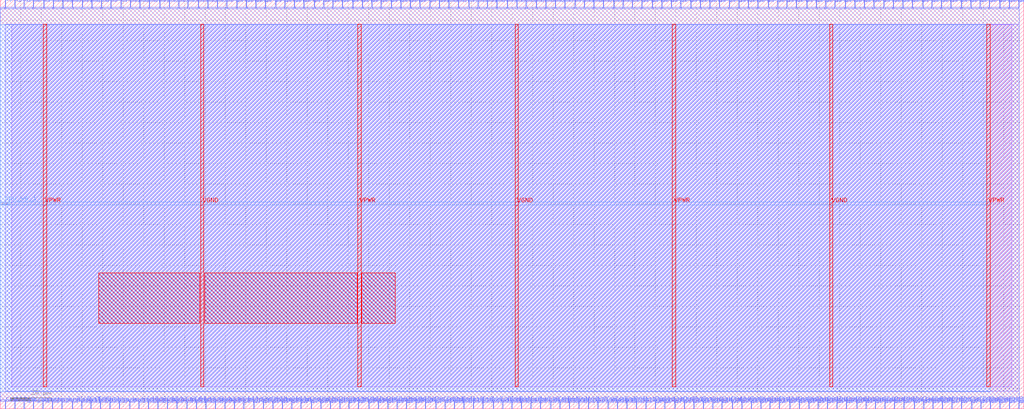
<source format=lef>
VERSION 5.7 ;
  NOWIREEXTENSIONATPIN ON ;
  DIVIDERCHAR "/" ;
  BUSBITCHARS "[]" ;
MACRO mkQF100Fabric
  CLASS BLOCK ;
  FOREIGN mkQF100Fabric ;
  ORIGIN 0.000 0.000 ;
  SIZE 500.000 BY 200.000 ;
  PIN CLK
    DIRECTION INPUT ;
    USE SIGNAL ;
    PORT
      LAYER met2 ;
        RECT 2.390 0.000 2.670 4.000 ;
    END
  END CLK
  PIN RST_N
    DIRECTION INPUT ;
    USE SIGNAL ;
    PORT
      LAYER met2 ;
        RECT 6.990 0.000 7.270 4.000 ;
    END
  END RST_N
  PIN VGND
    DIRECTION INPUT ;
    USE GROUND ;
    PORT
      LAYER met4 ;
        RECT 97.840 10.640 99.440 187.920 ;
    END
    PORT
      LAYER met4 ;
        RECT 251.440 10.640 253.040 187.920 ;
    END
    PORT
      LAYER met4 ;
        RECT 405.040 10.640 406.640 187.920 ;
    END
  END VGND
  PIN VPWR
    DIRECTION INPUT ;
    USE POWER ;
    PORT
      LAYER met4 ;
        RECT 21.040 10.640 22.640 187.920 ;
    END
    PORT
      LAYER met4 ;
        RECT 174.640 10.640 176.240 187.920 ;
    END
    PORT
      LAYER met4 ;
        RECT 328.240 10.640 329.840 187.920 ;
    END
    PORT
      LAYER met4 ;
        RECT 481.840 10.640 483.440 187.920 ;
    END
  END VPWR
  PIN cpu_ack_o
    DIRECTION OUTPUT TRISTATE ;
    USE SIGNAL ;
    PORT
      LAYER met2 ;
        RECT 39.650 0.000 39.930 4.000 ;
    END
  END cpu_ack_o
  PIN cpu_adr_i[0]
    DIRECTION INPUT ;
    USE SIGNAL ;
    PORT
      LAYER met2 ;
        RECT 53.450 0.000 53.730 4.000 ;
    END
  END cpu_adr_i[0]
  PIN cpu_adr_i[10]
    DIRECTION INPUT ;
    USE SIGNAL ;
    PORT
      LAYER met2 ;
        RECT 100.370 0.000 100.650 4.000 ;
    END
  END cpu_adr_i[10]
  PIN cpu_adr_i[11]
    DIRECTION INPUT ;
    USE SIGNAL ;
    PORT
      LAYER met2 ;
        RECT 104.970 0.000 105.250 4.000 ;
    END
  END cpu_adr_i[11]
  PIN cpu_adr_i[12]
    DIRECTION INPUT ;
    USE SIGNAL ;
    PORT
      LAYER met2 ;
        RECT 109.570 0.000 109.850 4.000 ;
    END
  END cpu_adr_i[12]
  PIN cpu_adr_i[13]
    DIRECTION INPUT ;
    USE SIGNAL ;
    PORT
      LAYER met2 ;
        RECT 114.170 0.000 114.450 4.000 ;
    END
  END cpu_adr_i[13]
  PIN cpu_adr_i[14]
    DIRECTION INPUT ;
    USE SIGNAL ;
    PORT
      LAYER met2 ;
        RECT 118.770 0.000 119.050 4.000 ;
    END
  END cpu_adr_i[14]
  PIN cpu_adr_i[15]
    DIRECTION INPUT ;
    USE SIGNAL ;
    PORT
      LAYER met2 ;
        RECT 123.830 0.000 124.110 4.000 ;
    END
  END cpu_adr_i[15]
  PIN cpu_adr_i[16]
    DIRECTION INPUT ;
    USE SIGNAL ;
    PORT
      LAYER met2 ;
        RECT 128.430 0.000 128.710 4.000 ;
    END
  END cpu_adr_i[16]
  PIN cpu_adr_i[17]
    DIRECTION INPUT ;
    USE SIGNAL ;
    PORT
      LAYER met2 ;
        RECT 133.030 0.000 133.310 4.000 ;
    END
  END cpu_adr_i[17]
  PIN cpu_adr_i[18]
    DIRECTION INPUT ;
    USE SIGNAL ;
    PORT
      LAYER met2 ;
        RECT 137.630 0.000 137.910 4.000 ;
    END
  END cpu_adr_i[18]
  PIN cpu_adr_i[19]
    DIRECTION INPUT ;
    USE SIGNAL ;
    PORT
      LAYER met2 ;
        RECT 142.230 0.000 142.510 4.000 ;
    END
  END cpu_adr_i[19]
  PIN cpu_adr_i[1]
    DIRECTION INPUT ;
    USE SIGNAL ;
    PORT
      LAYER met2 ;
        RECT 58.050 0.000 58.330 4.000 ;
    END
  END cpu_adr_i[1]
  PIN cpu_adr_i[20]
    DIRECTION INPUT ;
    USE SIGNAL ;
    PORT
      LAYER met2 ;
        RECT 146.830 0.000 147.110 4.000 ;
    END
  END cpu_adr_i[20]
  PIN cpu_adr_i[21]
    DIRECTION INPUT ;
    USE SIGNAL ;
    PORT
      LAYER met2 ;
        RECT 151.890 0.000 152.170 4.000 ;
    END
  END cpu_adr_i[21]
  PIN cpu_adr_i[22]
    DIRECTION INPUT ;
    USE SIGNAL ;
    PORT
      LAYER met2 ;
        RECT 156.490 0.000 156.770 4.000 ;
    END
  END cpu_adr_i[22]
  PIN cpu_adr_i[23]
    DIRECTION INPUT ;
    USE SIGNAL ;
    PORT
      LAYER met2 ;
        RECT 161.090 0.000 161.370 4.000 ;
    END
  END cpu_adr_i[23]
  PIN cpu_adr_i[24]
    DIRECTION INPUT ;
    USE SIGNAL ;
    PORT
      LAYER met2 ;
        RECT 165.690 0.000 165.970 4.000 ;
    END
  END cpu_adr_i[24]
  PIN cpu_adr_i[25]
    DIRECTION INPUT ;
    USE SIGNAL ;
    PORT
      LAYER met2 ;
        RECT 170.290 0.000 170.570 4.000 ;
    END
  END cpu_adr_i[25]
  PIN cpu_adr_i[26]
    DIRECTION INPUT ;
    USE SIGNAL ;
    PORT
      LAYER met2 ;
        RECT 174.890 0.000 175.170 4.000 ;
    END
  END cpu_adr_i[26]
  PIN cpu_adr_i[27]
    DIRECTION INPUT ;
    USE SIGNAL ;
    PORT
      LAYER met2 ;
        RECT 179.950 0.000 180.230 4.000 ;
    END
  END cpu_adr_i[27]
  PIN cpu_adr_i[28]
    DIRECTION INPUT ;
    USE SIGNAL ;
    PORT
      LAYER met2 ;
        RECT 184.550 0.000 184.830 4.000 ;
    END
  END cpu_adr_i[28]
  PIN cpu_adr_i[29]
    DIRECTION INPUT ;
    USE SIGNAL ;
    PORT
      LAYER met2 ;
        RECT 189.150 0.000 189.430 4.000 ;
    END
  END cpu_adr_i[29]
  PIN cpu_adr_i[2]
    DIRECTION INPUT ;
    USE SIGNAL ;
    PORT
      LAYER met2 ;
        RECT 63.110 0.000 63.390 4.000 ;
    END
  END cpu_adr_i[2]
  PIN cpu_adr_i[30]
    DIRECTION INPUT ;
    USE SIGNAL ;
    PORT
      LAYER met2 ;
        RECT 193.750 0.000 194.030 4.000 ;
    END
  END cpu_adr_i[30]
  PIN cpu_adr_i[31]
    DIRECTION INPUT ;
    USE SIGNAL ;
    PORT
      LAYER met2 ;
        RECT 198.350 0.000 198.630 4.000 ;
    END
  END cpu_adr_i[31]
  PIN cpu_adr_i[3]
    DIRECTION INPUT ;
    USE SIGNAL ;
    PORT
      LAYER met2 ;
        RECT 67.710 0.000 67.990 4.000 ;
    END
  END cpu_adr_i[3]
  PIN cpu_adr_i[4]
    DIRECTION INPUT ;
    USE SIGNAL ;
    PORT
      LAYER met2 ;
        RECT 72.310 0.000 72.590 4.000 ;
    END
  END cpu_adr_i[4]
  PIN cpu_adr_i[5]
    DIRECTION INPUT ;
    USE SIGNAL ;
    PORT
      LAYER met2 ;
        RECT 76.910 0.000 77.190 4.000 ;
    END
  END cpu_adr_i[5]
  PIN cpu_adr_i[6]
    DIRECTION INPUT ;
    USE SIGNAL ;
    PORT
      LAYER met2 ;
        RECT 81.510 0.000 81.790 4.000 ;
    END
  END cpu_adr_i[6]
  PIN cpu_adr_i[7]
    DIRECTION INPUT ;
    USE SIGNAL ;
    PORT
      LAYER met2 ;
        RECT 86.110 0.000 86.390 4.000 ;
    END
  END cpu_adr_i[7]
  PIN cpu_adr_i[8]
    DIRECTION INPUT ;
    USE SIGNAL ;
    PORT
      LAYER met2 ;
        RECT 91.170 0.000 91.450 4.000 ;
    END
  END cpu_adr_i[8]
  PIN cpu_adr_i[9]
    DIRECTION INPUT ;
    USE SIGNAL ;
    PORT
      LAYER met2 ;
        RECT 95.770 0.000 96.050 4.000 ;
    END
  END cpu_adr_i[9]
  PIN cpu_cyc_i
    DIRECTION INPUT ;
    USE SIGNAL ;
    PORT
      LAYER met2 ;
        RECT 11.590 0.000 11.870 4.000 ;
    END
  END cpu_cyc_i
  PIN cpu_dat_i[0]
    DIRECTION INPUT ;
    USE SIGNAL ;
    PORT
      LAYER met2 ;
        RECT 202.950 0.000 203.230 4.000 ;
    END
  END cpu_dat_i[0]
  PIN cpu_dat_i[10]
    DIRECTION INPUT ;
    USE SIGNAL ;
    PORT
      LAYER met2 ;
        RECT 296.790 0.000 297.070 4.000 ;
    END
  END cpu_dat_i[10]
  PIN cpu_dat_i[11]
    DIRECTION INPUT ;
    USE SIGNAL ;
    PORT
      LAYER met2 ;
        RECT 305.990 0.000 306.270 4.000 ;
    END
  END cpu_dat_i[11]
  PIN cpu_dat_i[12]
    DIRECTION INPUT ;
    USE SIGNAL ;
    PORT
      LAYER met2 ;
        RECT 315.190 0.000 315.470 4.000 ;
    END
  END cpu_dat_i[12]
  PIN cpu_dat_i[13]
    DIRECTION INPUT ;
    USE SIGNAL ;
    PORT
      LAYER met2 ;
        RECT 324.390 0.000 324.670 4.000 ;
    END
  END cpu_dat_i[13]
  PIN cpu_dat_i[14]
    DIRECTION INPUT ;
    USE SIGNAL ;
    PORT
      LAYER met2 ;
        RECT 334.050 0.000 334.330 4.000 ;
    END
  END cpu_dat_i[14]
  PIN cpu_dat_i[15]
    DIRECTION INPUT ;
    USE SIGNAL ;
    PORT
      LAYER met2 ;
        RECT 343.250 0.000 343.530 4.000 ;
    END
  END cpu_dat_i[15]
  PIN cpu_dat_i[16]
    DIRECTION INPUT ;
    USE SIGNAL ;
    PORT
      LAYER met2 ;
        RECT 352.450 0.000 352.730 4.000 ;
    END
  END cpu_dat_i[16]
  PIN cpu_dat_i[17]
    DIRECTION INPUT ;
    USE SIGNAL ;
    PORT
      LAYER met2 ;
        RECT 362.110 0.000 362.390 4.000 ;
    END
  END cpu_dat_i[17]
  PIN cpu_dat_i[18]
    DIRECTION INPUT ;
    USE SIGNAL ;
    PORT
      LAYER met2 ;
        RECT 371.310 0.000 371.590 4.000 ;
    END
  END cpu_dat_i[18]
  PIN cpu_dat_i[19]
    DIRECTION INPUT ;
    USE SIGNAL ;
    PORT
      LAYER met2 ;
        RECT 380.510 0.000 380.790 4.000 ;
    END
  END cpu_dat_i[19]
  PIN cpu_dat_i[1]
    DIRECTION INPUT ;
    USE SIGNAL ;
    PORT
      LAYER met2 ;
        RECT 212.610 0.000 212.890 4.000 ;
    END
  END cpu_dat_i[1]
  PIN cpu_dat_i[20]
    DIRECTION INPUT ;
    USE SIGNAL ;
    PORT
      LAYER met2 ;
        RECT 390.170 0.000 390.450 4.000 ;
    END
  END cpu_dat_i[20]
  PIN cpu_dat_i[21]
    DIRECTION INPUT ;
    USE SIGNAL ;
    PORT
      LAYER met2 ;
        RECT 399.370 0.000 399.650 4.000 ;
    END
  END cpu_dat_i[21]
  PIN cpu_dat_i[22]
    DIRECTION INPUT ;
    USE SIGNAL ;
    PORT
      LAYER met2 ;
        RECT 408.570 0.000 408.850 4.000 ;
    END
  END cpu_dat_i[22]
  PIN cpu_dat_i[23]
    DIRECTION INPUT ;
    USE SIGNAL ;
    PORT
      LAYER met2 ;
        RECT 418.230 0.000 418.510 4.000 ;
    END
  END cpu_dat_i[23]
  PIN cpu_dat_i[24]
    DIRECTION INPUT ;
    USE SIGNAL ;
    PORT
      LAYER met2 ;
        RECT 427.430 0.000 427.710 4.000 ;
    END
  END cpu_dat_i[24]
  PIN cpu_dat_i[25]
    DIRECTION INPUT ;
    USE SIGNAL ;
    PORT
      LAYER met2 ;
        RECT 436.630 0.000 436.910 4.000 ;
    END
  END cpu_dat_i[25]
  PIN cpu_dat_i[26]
    DIRECTION INPUT ;
    USE SIGNAL ;
    PORT
      LAYER met2 ;
        RECT 446.290 0.000 446.570 4.000 ;
    END
  END cpu_dat_i[26]
  PIN cpu_dat_i[27]
    DIRECTION INPUT ;
    USE SIGNAL ;
    PORT
      LAYER met2 ;
        RECT 455.490 0.000 455.770 4.000 ;
    END
  END cpu_dat_i[27]
  PIN cpu_dat_i[28]
    DIRECTION INPUT ;
    USE SIGNAL ;
    PORT
      LAYER met2 ;
        RECT 464.690 0.000 464.970 4.000 ;
    END
  END cpu_dat_i[28]
  PIN cpu_dat_i[29]
    DIRECTION INPUT ;
    USE SIGNAL ;
    PORT
      LAYER met2 ;
        RECT 474.350 0.000 474.630 4.000 ;
    END
  END cpu_dat_i[29]
  PIN cpu_dat_i[2]
    DIRECTION INPUT ;
    USE SIGNAL ;
    PORT
      LAYER met2 ;
        RECT 221.810 0.000 222.090 4.000 ;
    END
  END cpu_dat_i[2]
  PIN cpu_dat_i[30]
    DIRECTION INPUT ;
    USE SIGNAL ;
    PORT
      LAYER met2 ;
        RECT 483.550 0.000 483.830 4.000 ;
    END
  END cpu_dat_i[30]
  PIN cpu_dat_i[31]
    DIRECTION INPUT ;
    USE SIGNAL ;
    PORT
      LAYER met2 ;
        RECT 492.750 0.000 493.030 4.000 ;
    END
  END cpu_dat_i[31]
  PIN cpu_dat_i[3]
    DIRECTION INPUT ;
    USE SIGNAL ;
    PORT
      LAYER met2 ;
        RECT 231.010 0.000 231.290 4.000 ;
    END
  END cpu_dat_i[3]
  PIN cpu_dat_i[4]
    DIRECTION INPUT ;
    USE SIGNAL ;
    PORT
      LAYER met2 ;
        RECT 240.670 0.000 240.950 4.000 ;
    END
  END cpu_dat_i[4]
  PIN cpu_dat_i[5]
    DIRECTION INPUT ;
    USE SIGNAL ;
    PORT
      LAYER met2 ;
        RECT 249.870 0.000 250.150 4.000 ;
    END
  END cpu_dat_i[5]
  PIN cpu_dat_i[6]
    DIRECTION INPUT ;
    USE SIGNAL ;
    PORT
      LAYER met2 ;
        RECT 259.070 0.000 259.350 4.000 ;
    END
  END cpu_dat_i[6]
  PIN cpu_dat_i[7]
    DIRECTION INPUT ;
    USE SIGNAL ;
    PORT
      LAYER met2 ;
        RECT 268.730 0.000 269.010 4.000 ;
    END
  END cpu_dat_i[7]
  PIN cpu_dat_i[8]
    DIRECTION INPUT ;
    USE SIGNAL ;
    PORT
      LAYER met2 ;
        RECT 277.930 0.000 278.210 4.000 ;
    END
  END cpu_dat_i[8]
  PIN cpu_dat_i[9]
    DIRECTION INPUT ;
    USE SIGNAL ;
    PORT
      LAYER met2 ;
        RECT 287.130 0.000 287.410 4.000 ;
    END
  END cpu_dat_i[9]
  PIN cpu_dat_o[0]
    DIRECTION OUTPUT TRISTATE ;
    USE SIGNAL ;
    PORT
      LAYER met2 ;
        RECT 207.550 0.000 207.830 4.000 ;
    END
  END cpu_dat_o[0]
  PIN cpu_dat_o[10]
    DIRECTION OUTPUT TRISTATE ;
    USE SIGNAL ;
    PORT
      LAYER met2 ;
        RECT 301.390 0.000 301.670 4.000 ;
    END
  END cpu_dat_o[10]
  PIN cpu_dat_o[11]
    DIRECTION OUTPUT TRISTATE ;
    USE SIGNAL ;
    PORT
      LAYER met2 ;
        RECT 310.590 0.000 310.870 4.000 ;
    END
  END cpu_dat_o[11]
  PIN cpu_dat_o[12]
    DIRECTION OUTPUT TRISTATE ;
    USE SIGNAL ;
    PORT
      LAYER met2 ;
        RECT 319.790 0.000 320.070 4.000 ;
    END
  END cpu_dat_o[12]
  PIN cpu_dat_o[13]
    DIRECTION OUTPUT TRISTATE ;
    USE SIGNAL ;
    PORT
      LAYER met2 ;
        RECT 329.450 0.000 329.730 4.000 ;
    END
  END cpu_dat_o[13]
  PIN cpu_dat_o[14]
    DIRECTION OUTPUT TRISTATE ;
    USE SIGNAL ;
    PORT
      LAYER met2 ;
        RECT 338.650 0.000 338.930 4.000 ;
    END
  END cpu_dat_o[14]
  PIN cpu_dat_o[15]
    DIRECTION OUTPUT TRISTATE ;
    USE SIGNAL ;
    PORT
      LAYER met2 ;
        RECT 347.850 0.000 348.130 4.000 ;
    END
  END cpu_dat_o[15]
  PIN cpu_dat_o[16]
    DIRECTION OUTPUT TRISTATE ;
    USE SIGNAL ;
    PORT
      LAYER met2 ;
        RECT 357.510 0.000 357.790 4.000 ;
    END
  END cpu_dat_o[16]
  PIN cpu_dat_o[17]
    DIRECTION OUTPUT TRISTATE ;
    USE SIGNAL ;
    PORT
      LAYER met2 ;
        RECT 366.710 0.000 366.990 4.000 ;
    END
  END cpu_dat_o[17]
  PIN cpu_dat_o[18]
    DIRECTION OUTPUT TRISTATE ;
    USE SIGNAL ;
    PORT
      LAYER met2 ;
        RECT 375.910 0.000 376.190 4.000 ;
    END
  END cpu_dat_o[18]
  PIN cpu_dat_o[19]
    DIRECTION OUTPUT TRISTATE ;
    USE SIGNAL ;
    PORT
      LAYER met2 ;
        RECT 385.570 0.000 385.850 4.000 ;
    END
  END cpu_dat_o[19]
  PIN cpu_dat_o[1]
    DIRECTION OUTPUT TRISTATE ;
    USE SIGNAL ;
    PORT
      LAYER met2 ;
        RECT 217.210 0.000 217.490 4.000 ;
    END
  END cpu_dat_o[1]
  PIN cpu_dat_o[20]
    DIRECTION OUTPUT TRISTATE ;
    USE SIGNAL ;
    PORT
      LAYER met2 ;
        RECT 394.770 0.000 395.050 4.000 ;
    END
  END cpu_dat_o[20]
  PIN cpu_dat_o[21]
    DIRECTION OUTPUT TRISTATE ;
    USE SIGNAL ;
    PORT
      LAYER met2 ;
        RECT 403.970 0.000 404.250 4.000 ;
    END
  END cpu_dat_o[21]
  PIN cpu_dat_o[22]
    DIRECTION OUTPUT TRISTATE ;
    USE SIGNAL ;
    PORT
      LAYER met2 ;
        RECT 413.170 0.000 413.450 4.000 ;
    END
  END cpu_dat_o[22]
  PIN cpu_dat_o[23]
    DIRECTION OUTPUT TRISTATE ;
    USE SIGNAL ;
    PORT
      LAYER met2 ;
        RECT 422.830 0.000 423.110 4.000 ;
    END
  END cpu_dat_o[23]
  PIN cpu_dat_o[24]
    DIRECTION OUTPUT TRISTATE ;
    USE SIGNAL ;
    PORT
      LAYER met2 ;
        RECT 432.030 0.000 432.310 4.000 ;
    END
  END cpu_dat_o[24]
  PIN cpu_dat_o[25]
    DIRECTION OUTPUT TRISTATE ;
    USE SIGNAL ;
    PORT
      LAYER met2 ;
        RECT 441.230 0.000 441.510 4.000 ;
    END
  END cpu_dat_o[25]
  PIN cpu_dat_o[26]
    DIRECTION OUTPUT TRISTATE ;
    USE SIGNAL ;
    PORT
      LAYER met2 ;
        RECT 450.890 0.000 451.170 4.000 ;
    END
  END cpu_dat_o[26]
  PIN cpu_dat_o[27]
    DIRECTION OUTPUT TRISTATE ;
    USE SIGNAL ;
    PORT
      LAYER met2 ;
        RECT 460.090 0.000 460.370 4.000 ;
    END
  END cpu_dat_o[27]
  PIN cpu_dat_o[28]
    DIRECTION OUTPUT TRISTATE ;
    USE SIGNAL ;
    PORT
      LAYER met2 ;
        RECT 469.290 0.000 469.570 4.000 ;
    END
  END cpu_dat_o[28]
  PIN cpu_dat_o[29]
    DIRECTION OUTPUT TRISTATE ;
    USE SIGNAL ;
    PORT
      LAYER met2 ;
        RECT 478.950 0.000 479.230 4.000 ;
    END
  END cpu_dat_o[29]
  PIN cpu_dat_o[2]
    DIRECTION OUTPUT TRISTATE ;
    USE SIGNAL ;
    PORT
      LAYER met2 ;
        RECT 226.410 0.000 226.690 4.000 ;
    END
  END cpu_dat_o[2]
  PIN cpu_dat_o[30]
    DIRECTION OUTPUT TRISTATE ;
    USE SIGNAL ;
    PORT
      LAYER met2 ;
        RECT 488.150 0.000 488.430 4.000 ;
    END
  END cpu_dat_o[30]
  PIN cpu_dat_o[31]
    DIRECTION OUTPUT TRISTATE ;
    USE SIGNAL ;
    PORT
      LAYER met2 ;
        RECT 497.350 0.000 497.630 4.000 ;
    END
  END cpu_dat_o[31]
  PIN cpu_dat_o[3]
    DIRECTION OUTPUT TRISTATE ;
    USE SIGNAL ;
    PORT
      LAYER met2 ;
        RECT 235.610 0.000 235.890 4.000 ;
    END
  END cpu_dat_o[3]
  PIN cpu_dat_o[4]
    DIRECTION OUTPUT TRISTATE ;
    USE SIGNAL ;
    PORT
      LAYER met2 ;
        RECT 245.270 0.000 245.550 4.000 ;
    END
  END cpu_dat_o[4]
  PIN cpu_dat_o[5]
    DIRECTION OUTPUT TRISTATE ;
    USE SIGNAL ;
    PORT
      LAYER met2 ;
        RECT 254.470 0.000 254.750 4.000 ;
    END
  END cpu_dat_o[5]
  PIN cpu_dat_o[6]
    DIRECTION OUTPUT TRISTATE ;
    USE SIGNAL ;
    PORT
      LAYER met2 ;
        RECT 263.670 0.000 263.950 4.000 ;
    END
  END cpu_dat_o[6]
  PIN cpu_dat_o[7]
    DIRECTION OUTPUT TRISTATE ;
    USE SIGNAL ;
    PORT
      LAYER met2 ;
        RECT 273.330 0.000 273.610 4.000 ;
    END
  END cpu_dat_o[7]
  PIN cpu_dat_o[8]
    DIRECTION OUTPUT TRISTATE ;
    USE SIGNAL ;
    PORT
      LAYER met2 ;
        RECT 282.530 0.000 282.810 4.000 ;
    END
  END cpu_dat_o[8]
  PIN cpu_dat_o[9]
    DIRECTION OUTPUT TRISTATE ;
    USE SIGNAL ;
    PORT
      LAYER met2 ;
        RECT 291.730 0.000 292.010 4.000 ;
    END
  END cpu_dat_o[9]
  PIN cpu_err_o
    DIRECTION OUTPUT TRISTATE ;
    USE SIGNAL ;
    PORT
      LAYER met2 ;
        RECT 44.250 0.000 44.530 4.000 ;
    END
  END cpu_err_o
  PIN cpu_rty_o
    DIRECTION OUTPUT TRISTATE ;
    USE SIGNAL ;
    PORT
      LAYER met2 ;
        RECT 48.850 0.000 49.130 4.000 ;
    END
  END cpu_rty_o
  PIN cpu_sel_i[0]
    DIRECTION INPUT ;
    USE SIGNAL ;
    PORT
      LAYER met2 ;
        RECT 20.790 0.000 21.070 4.000 ;
    END
  END cpu_sel_i[0]
  PIN cpu_sel_i[1]
    DIRECTION INPUT ;
    USE SIGNAL ;
    PORT
      LAYER met2 ;
        RECT 25.390 0.000 25.670 4.000 ;
    END
  END cpu_sel_i[1]
  PIN cpu_sel_i[2]
    DIRECTION INPUT ;
    USE SIGNAL ;
    PORT
      LAYER met2 ;
        RECT 29.990 0.000 30.270 4.000 ;
    END
  END cpu_sel_i[2]
  PIN cpu_sel_i[3]
    DIRECTION INPUT ;
    USE SIGNAL ;
    PORT
      LAYER met2 ;
        RECT 35.050 0.000 35.330 4.000 ;
    END
  END cpu_sel_i[3]
  PIN cpu_stb_i
    DIRECTION INPUT ;
    USE SIGNAL ;
    PORT
      LAYER met2 ;
        RECT 16.190 0.000 16.470 4.000 ;
    END
  END cpu_stb_i
  PIN cpu_we_i
    DIRECTION INPUT ;
    USE SIGNAL ;
    PORT
      LAYER met3 ;
        RECT 0.000 100.000 4.000 100.600 ;
    END
  END cpu_we_i
  PIN spi_ack_i
    DIRECTION INPUT ;
    USE SIGNAL ;
    PORT
      LAYER met2 ;
        RECT 30.450 196.000 30.730 200.000 ;
    END
  END spi_ack_i
  PIN spi_adr_o[0]
    DIRECTION OUTPUT TRISTATE ;
    USE SIGNAL ;
    PORT
      LAYER met2 ;
        RECT 44.710 196.000 44.990 200.000 ;
    END
  END spi_adr_o[0]
  PIN spi_adr_o[10]
    DIRECTION OUTPUT TRISTATE ;
    USE SIGNAL ;
    PORT
      LAYER met2 ;
        RECT 91.630 196.000 91.910 200.000 ;
    END
  END spi_adr_o[10]
  PIN spi_adr_o[11]
    DIRECTION OUTPUT TRISTATE ;
    USE SIGNAL ;
    PORT
      LAYER met2 ;
        RECT 96.690 196.000 96.970 200.000 ;
    END
  END spi_adr_o[11]
  PIN spi_adr_o[12]
    DIRECTION OUTPUT TRISTATE ;
    USE SIGNAL ;
    PORT
      LAYER met2 ;
        RECT 101.290 196.000 101.570 200.000 ;
    END
  END spi_adr_o[12]
  PIN spi_adr_o[13]
    DIRECTION OUTPUT TRISTATE ;
    USE SIGNAL ;
    PORT
      LAYER met2 ;
        RECT 105.890 196.000 106.170 200.000 ;
    END
  END spi_adr_o[13]
  PIN spi_adr_o[14]
    DIRECTION OUTPUT TRISTATE ;
    USE SIGNAL ;
    PORT
      LAYER met2 ;
        RECT 110.490 196.000 110.770 200.000 ;
    END
  END spi_adr_o[14]
  PIN spi_adr_o[15]
    DIRECTION OUTPUT TRISTATE ;
    USE SIGNAL ;
    PORT
      LAYER met2 ;
        RECT 115.550 196.000 115.830 200.000 ;
    END
  END spi_adr_o[15]
  PIN spi_adr_o[16]
    DIRECTION OUTPUT TRISTATE ;
    USE SIGNAL ;
    PORT
      LAYER met2 ;
        RECT 120.150 196.000 120.430 200.000 ;
    END
  END spi_adr_o[16]
  PIN spi_adr_o[17]
    DIRECTION OUTPUT TRISTATE ;
    USE SIGNAL ;
    PORT
      LAYER met2 ;
        RECT 124.750 196.000 125.030 200.000 ;
    END
  END spi_adr_o[17]
  PIN spi_adr_o[18]
    DIRECTION OUTPUT TRISTATE ;
    USE SIGNAL ;
    PORT
      LAYER met2 ;
        RECT 129.350 196.000 129.630 200.000 ;
    END
  END spi_adr_o[18]
  PIN spi_adr_o[19]
    DIRECTION OUTPUT TRISTATE ;
    USE SIGNAL ;
    PORT
      LAYER met2 ;
        RECT 134.410 196.000 134.690 200.000 ;
    END
  END spi_adr_o[19]
  PIN spi_adr_o[1]
    DIRECTION OUTPUT TRISTATE ;
    USE SIGNAL ;
    PORT
      LAYER met2 ;
        RECT 49.310 196.000 49.590 200.000 ;
    END
  END spi_adr_o[1]
  PIN spi_adr_o[20]
    DIRECTION OUTPUT TRISTATE ;
    USE SIGNAL ;
    PORT
      LAYER met2 ;
        RECT 139.010 196.000 139.290 200.000 ;
    END
  END spi_adr_o[20]
  PIN spi_adr_o[21]
    DIRECTION OUTPUT TRISTATE ;
    USE SIGNAL ;
    PORT
      LAYER met2 ;
        RECT 143.610 196.000 143.890 200.000 ;
    END
  END spi_adr_o[21]
  PIN spi_adr_o[22]
    DIRECTION OUTPUT TRISTATE ;
    USE SIGNAL ;
    PORT
      LAYER met2 ;
        RECT 148.210 196.000 148.490 200.000 ;
    END
  END spi_adr_o[22]
  PIN spi_adr_o[23]
    DIRECTION OUTPUT TRISTATE ;
    USE SIGNAL ;
    PORT
      LAYER met2 ;
        RECT 153.270 196.000 153.550 200.000 ;
    END
  END spi_adr_o[23]
  PIN spi_adr_o[24]
    DIRECTION OUTPUT TRISTATE ;
    USE SIGNAL ;
    PORT
      LAYER met2 ;
        RECT 157.870 196.000 158.150 200.000 ;
    END
  END spi_adr_o[24]
  PIN spi_adr_o[25]
    DIRECTION OUTPUT TRISTATE ;
    USE SIGNAL ;
    PORT
      LAYER met2 ;
        RECT 162.470 196.000 162.750 200.000 ;
    END
  END spi_adr_o[25]
  PIN spi_adr_o[26]
    DIRECTION OUTPUT TRISTATE ;
    USE SIGNAL ;
    PORT
      LAYER met2 ;
        RECT 167.070 196.000 167.350 200.000 ;
    END
  END spi_adr_o[26]
  PIN spi_adr_o[27]
    DIRECTION OUTPUT TRISTATE ;
    USE SIGNAL ;
    PORT
      LAYER met2 ;
        RECT 172.130 196.000 172.410 200.000 ;
    END
  END spi_adr_o[27]
  PIN spi_adr_o[28]
    DIRECTION OUTPUT TRISTATE ;
    USE SIGNAL ;
    PORT
      LAYER met2 ;
        RECT 176.730 196.000 177.010 200.000 ;
    END
  END spi_adr_o[28]
  PIN spi_adr_o[29]
    DIRECTION OUTPUT TRISTATE ;
    USE SIGNAL ;
    PORT
      LAYER met2 ;
        RECT 181.330 196.000 181.610 200.000 ;
    END
  END spi_adr_o[29]
  PIN spi_adr_o[2]
    DIRECTION OUTPUT TRISTATE ;
    USE SIGNAL ;
    PORT
      LAYER met2 ;
        RECT 53.910 196.000 54.190 200.000 ;
    END
  END spi_adr_o[2]
  PIN spi_adr_o[30]
    DIRECTION OUTPUT TRISTATE ;
    USE SIGNAL ;
    PORT
      LAYER met2 ;
        RECT 185.930 196.000 186.210 200.000 ;
    END
  END spi_adr_o[30]
  PIN spi_adr_o[31]
    DIRECTION OUTPUT TRISTATE ;
    USE SIGNAL ;
    PORT
      LAYER met2 ;
        RECT 190.990 196.000 191.270 200.000 ;
    END
  END spi_adr_o[31]
  PIN spi_adr_o[3]
    DIRECTION OUTPUT TRISTATE ;
    USE SIGNAL ;
    PORT
      LAYER met2 ;
        RECT 58.970 196.000 59.250 200.000 ;
    END
  END spi_adr_o[3]
  PIN spi_adr_o[4]
    DIRECTION OUTPUT TRISTATE ;
    USE SIGNAL ;
    PORT
      LAYER met2 ;
        RECT 63.570 196.000 63.850 200.000 ;
    END
  END spi_adr_o[4]
  PIN spi_adr_o[5]
    DIRECTION OUTPUT TRISTATE ;
    USE SIGNAL ;
    PORT
      LAYER met2 ;
        RECT 68.170 196.000 68.450 200.000 ;
    END
  END spi_adr_o[5]
  PIN spi_adr_o[6]
    DIRECTION OUTPUT TRISTATE ;
    USE SIGNAL ;
    PORT
      LAYER met2 ;
        RECT 72.770 196.000 73.050 200.000 ;
    END
  END spi_adr_o[6]
  PIN spi_adr_o[7]
    DIRECTION OUTPUT TRISTATE ;
    USE SIGNAL ;
    PORT
      LAYER met2 ;
        RECT 77.830 196.000 78.110 200.000 ;
    END
  END spi_adr_o[7]
  PIN spi_adr_o[8]
    DIRECTION OUTPUT TRISTATE ;
    USE SIGNAL ;
    PORT
      LAYER met2 ;
        RECT 82.430 196.000 82.710 200.000 ;
    END
  END spi_adr_o[8]
  PIN spi_adr_o[9]
    DIRECTION OUTPUT TRISTATE ;
    USE SIGNAL ;
    PORT
      LAYER met2 ;
        RECT 87.030 196.000 87.310 200.000 ;
    END
  END spi_adr_o[9]
  PIN spi_cyc_o
    DIRECTION OUTPUT TRISTATE ;
    USE SIGNAL ;
    PORT
      LAYER met2 ;
        RECT 2.390 196.000 2.670 200.000 ;
    END
  END spi_cyc_o
  PIN spi_dat_i[0]
    DIRECTION INPUT ;
    USE SIGNAL ;
    PORT
      LAYER met2 ;
        RECT 195.590 196.000 195.870 200.000 ;
    END
  END spi_dat_i[0]
  PIN spi_dat_i[10]
    DIRECTION INPUT ;
    USE SIGNAL ;
    PORT
      LAYER met2 ;
        RECT 289.890 196.000 290.170 200.000 ;
    END
  END spi_dat_i[10]
  PIN spi_dat_i[11]
    DIRECTION INPUT ;
    USE SIGNAL ;
    PORT
      LAYER met2 ;
        RECT 299.550 196.000 299.830 200.000 ;
    END
  END spi_dat_i[11]
  PIN spi_dat_i[12]
    DIRECTION INPUT ;
    USE SIGNAL ;
    PORT
      LAYER met2 ;
        RECT 308.750 196.000 309.030 200.000 ;
    END
  END spi_dat_i[12]
  PIN spi_dat_i[13]
    DIRECTION INPUT ;
    USE SIGNAL ;
    PORT
      LAYER met2 ;
        RECT 318.410 196.000 318.690 200.000 ;
    END
  END spi_dat_i[13]
  PIN spi_dat_i[14]
    DIRECTION INPUT ;
    USE SIGNAL ;
    PORT
      LAYER met2 ;
        RECT 327.610 196.000 327.890 200.000 ;
    END
  END spi_dat_i[14]
  PIN spi_dat_i[15]
    DIRECTION INPUT ;
    USE SIGNAL ;
    PORT
      LAYER met2 ;
        RECT 337.270 196.000 337.550 200.000 ;
    END
  END spi_dat_i[15]
  PIN spi_dat_i[16]
    DIRECTION INPUT ;
    USE SIGNAL ;
    PORT
      LAYER met2 ;
        RECT 346.470 196.000 346.750 200.000 ;
    END
  END spi_dat_i[16]
  PIN spi_dat_i[17]
    DIRECTION INPUT ;
    USE SIGNAL ;
    PORT
      LAYER met2 ;
        RECT 356.130 196.000 356.410 200.000 ;
    END
  END spi_dat_i[17]
  PIN spi_dat_i[18]
    DIRECTION INPUT ;
    USE SIGNAL ;
    PORT
      LAYER met2 ;
        RECT 365.330 196.000 365.610 200.000 ;
    END
  END spi_dat_i[18]
  PIN spi_dat_i[19]
    DIRECTION INPUT ;
    USE SIGNAL ;
    PORT
      LAYER met2 ;
        RECT 374.990 196.000 375.270 200.000 ;
    END
  END spi_dat_i[19]
  PIN spi_dat_i[1]
    DIRECTION INPUT ;
    USE SIGNAL ;
    PORT
      LAYER met2 ;
        RECT 204.790 196.000 205.070 200.000 ;
    END
  END spi_dat_i[1]
  PIN spi_dat_i[20]
    DIRECTION INPUT ;
    USE SIGNAL ;
    PORT
      LAYER met2 ;
        RECT 384.190 196.000 384.470 200.000 ;
    END
  END spi_dat_i[20]
  PIN spi_dat_i[21]
    DIRECTION INPUT ;
    USE SIGNAL ;
    PORT
      LAYER met2 ;
        RECT 393.850 196.000 394.130 200.000 ;
    END
  END spi_dat_i[21]
  PIN spi_dat_i[22]
    DIRECTION INPUT ;
    USE SIGNAL ;
    PORT
      LAYER met2 ;
        RECT 403.050 196.000 403.330 200.000 ;
    END
  END spi_dat_i[22]
  PIN spi_dat_i[23]
    DIRECTION INPUT ;
    USE SIGNAL ;
    PORT
      LAYER met2 ;
        RECT 412.710 196.000 412.990 200.000 ;
    END
  END spi_dat_i[23]
  PIN spi_dat_i[24]
    DIRECTION INPUT ;
    USE SIGNAL ;
    PORT
      LAYER met2 ;
        RECT 421.910 196.000 422.190 200.000 ;
    END
  END spi_dat_i[24]
  PIN spi_dat_i[25]
    DIRECTION INPUT ;
    USE SIGNAL ;
    PORT
      LAYER met2 ;
        RECT 431.570 196.000 431.850 200.000 ;
    END
  END spi_dat_i[25]
  PIN spi_dat_i[26]
    DIRECTION INPUT ;
    USE SIGNAL ;
    PORT
      LAYER met2 ;
        RECT 440.770 196.000 441.050 200.000 ;
    END
  END spi_dat_i[26]
  PIN spi_dat_i[27]
    DIRECTION INPUT ;
    USE SIGNAL ;
    PORT
      LAYER met2 ;
        RECT 450.430 196.000 450.710 200.000 ;
    END
  END spi_dat_i[27]
  PIN spi_dat_i[28]
    DIRECTION INPUT ;
    USE SIGNAL ;
    PORT
      LAYER met2 ;
        RECT 459.630 196.000 459.910 200.000 ;
    END
  END spi_dat_i[28]
  PIN spi_dat_i[29]
    DIRECTION INPUT ;
    USE SIGNAL ;
    PORT
      LAYER met2 ;
        RECT 469.290 196.000 469.570 200.000 ;
    END
  END spi_dat_i[29]
  PIN spi_dat_i[2]
    DIRECTION INPUT ;
    USE SIGNAL ;
    PORT
      LAYER met2 ;
        RECT 214.450 196.000 214.730 200.000 ;
    END
  END spi_dat_i[2]
  PIN spi_dat_i[30]
    DIRECTION INPUT ;
    USE SIGNAL ;
    PORT
      LAYER met2 ;
        RECT 478.490 196.000 478.770 200.000 ;
    END
  END spi_dat_i[30]
  PIN spi_dat_i[31]
    DIRECTION INPUT ;
    USE SIGNAL ;
    PORT
      LAYER met2 ;
        RECT 488.150 196.000 488.430 200.000 ;
    END
  END spi_dat_i[31]
  PIN spi_dat_i[3]
    DIRECTION INPUT ;
    USE SIGNAL ;
    PORT
      LAYER met2 ;
        RECT 223.650 196.000 223.930 200.000 ;
    END
  END spi_dat_i[3]
  PIN spi_dat_i[4]
    DIRECTION INPUT ;
    USE SIGNAL ;
    PORT
      LAYER met2 ;
        RECT 233.310 196.000 233.590 200.000 ;
    END
  END spi_dat_i[4]
  PIN spi_dat_i[5]
    DIRECTION INPUT ;
    USE SIGNAL ;
    PORT
      LAYER met2 ;
        RECT 242.510 196.000 242.790 200.000 ;
    END
  END spi_dat_i[5]
  PIN spi_dat_i[6]
    DIRECTION INPUT ;
    USE SIGNAL ;
    PORT
      LAYER met2 ;
        RECT 252.170 196.000 252.450 200.000 ;
    END
  END spi_dat_i[6]
  PIN spi_dat_i[7]
    DIRECTION INPUT ;
    USE SIGNAL ;
    PORT
      LAYER met2 ;
        RECT 261.830 196.000 262.110 200.000 ;
    END
  END spi_dat_i[7]
  PIN spi_dat_i[8]
    DIRECTION INPUT ;
    USE SIGNAL ;
    PORT
      LAYER met2 ;
        RECT 271.030 196.000 271.310 200.000 ;
    END
  END spi_dat_i[8]
  PIN spi_dat_i[9]
    DIRECTION INPUT ;
    USE SIGNAL ;
    PORT
      LAYER met2 ;
        RECT 280.690 196.000 280.970 200.000 ;
    END
  END spi_dat_i[9]
  PIN spi_dat_o[0]
    DIRECTION OUTPUT TRISTATE ;
    USE SIGNAL ;
    PORT
      LAYER met2 ;
        RECT 200.190 196.000 200.470 200.000 ;
    END
  END spi_dat_o[0]
  PIN spi_dat_o[10]
    DIRECTION OUTPUT TRISTATE ;
    USE SIGNAL ;
    PORT
      LAYER met2 ;
        RECT 294.490 196.000 294.770 200.000 ;
    END
  END spi_dat_o[10]
  PIN spi_dat_o[11]
    DIRECTION OUTPUT TRISTATE ;
    USE SIGNAL ;
    PORT
      LAYER met2 ;
        RECT 304.150 196.000 304.430 200.000 ;
    END
  END spi_dat_o[11]
  PIN spi_dat_o[12]
    DIRECTION OUTPUT TRISTATE ;
    USE SIGNAL ;
    PORT
      LAYER met2 ;
        RECT 313.350 196.000 313.630 200.000 ;
    END
  END spi_dat_o[12]
  PIN spi_dat_o[13]
    DIRECTION OUTPUT TRISTATE ;
    USE SIGNAL ;
    PORT
      LAYER met2 ;
        RECT 323.010 196.000 323.290 200.000 ;
    END
  END spi_dat_o[13]
  PIN spi_dat_o[14]
    DIRECTION OUTPUT TRISTATE ;
    USE SIGNAL ;
    PORT
      LAYER met2 ;
        RECT 332.210 196.000 332.490 200.000 ;
    END
  END spi_dat_o[14]
  PIN spi_dat_o[15]
    DIRECTION OUTPUT TRISTATE ;
    USE SIGNAL ;
    PORT
      LAYER met2 ;
        RECT 341.870 196.000 342.150 200.000 ;
    END
  END spi_dat_o[15]
  PIN spi_dat_o[16]
    DIRECTION OUTPUT TRISTATE ;
    USE SIGNAL ;
    PORT
      LAYER met2 ;
        RECT 351.070 196.000 351.350 200.000 ;
    END
  END spi_dat_o[16]
  PIN spi_dat_o[17]
    DIRECTION OUTPUT TRISTATE ;
    USE SIGNAL ;
    PORT
      LAYER met2 ;
        RECT 360.730 196.000 361.010 200.000 ;
    END
  END spi_dat_o[17]
  PIN spi_dat_o[18]
    DIRECTION OUTPUT TRISTATE ;
    USE SIGNAL ;
    PORT
      LAYER met2 ;
        RECT 369.930 196.000 370.210 200.000 ;
    END
  END spi_dat_o[18]
  PIN spi_dat_o[19]
    DIRECTION OUTPUT TRISTATE ;
    USE SIGNAL ;
    PORT
      LAYER met2 ;
        RECT 379.590 196.000 379.870 200.000 ;
    END
  END spi_dat_o[19]
  PIN spi_dat_o[1]
    DIRECTION OUTPUT TRISTATE ;
    USE SIGNAL ;
    PORT
      LAYER met2 ;
        RECT 209.850 196.000 210.130 200.000 ;
    END
  END spi_dat_o[1]
  PIN spi_dat_o[20]
    DIRECTION OUTPUT TRISTATE ;
    USE SIGNAL ;
    PORT
      LAYER met2 ;
        RECT 388.790 196.000 389.070 200.000 ;
    END
  END spi_dat_o[20]
  PIN spi_dat_o[21]
    DIRECTION OUTPUT TRISTATE ;
    USE SIGNAL ;
    PORT
      LAYER met2 ;
        RECT 398.450 196.000 398.730 200.000 ;
    END
  END spi_dat_o[21]
  PIN spi_dat_o[22]
    DIRECTION OUTPUT TRISTATE ;
    USE SIGNAL ;
    PORT
      LAYER met2 ;
        RECT 407.650 196.000 407.930 200.000 ;
    END
  END spi_dat_o[22]
  PIN spi_dat_o[23]
    DIRECTION OUTPUT TRISTATE ;
    USE SIGNAL ;
    PORT
      LAYER met2 ;
        RECT 417.310 196.000 417.590 200.000 ;
    END
  END spi_dat_o[23]
  PIN spi_dat_o[24]
    DIRECTION OUTPUT TRISTATE ;
    USE SIGNAL ;
    PORT
      LAYER met2 ;
        RECT 426.510 196.000 426.790 200.000 ;
    END
  END spi_dat_o[24]
  PIN spi_dat_o[25]
    DIRECTION OUTPUT TRISTATE ;
    USE SIGNAL ;
    PORT
      LAYER met2 ;
        RECT 436.170 196.000 436.450 200.000 ;
    END
  END spi_dat_o[25]
  PIN spi_dat_o[26]
    DIRECTION OUTPUT TRISTATE ;
    USE SIGNAL ;
    PORT
      LAYER met2 ;
        RECT 445.370 196.000 445.650 200.000 ;
    END
  END spi_dat_o[26]
  PIN spi_dat_o[27]
    DIRECTION OUTPUT TRISTATE ;
    USE SIGNAL ;
    PORT
      LAYER met2 ;
        RECT 455.030 196.000 455.310 200.000 ;
    END
  END spi_dat_o[27]
  PIN spi_dat_o[28]
    DIRECTION OUTPUT TRISTATE ;
    USE SIGNAL ;
    PORT
      LAYER met2 ;
        RECT 464.230 196.000 464.510 200.000 ;
    END
  END spi_dat_o[28]
  PIN spi_dat_o[29]
    DIRECTION OUTPUT TRISTATE ;
    USE SIGNAL ;
    PORT
      LAYER met2 ;
        RECT 473.890 196.000 474.170 200.000 ;
    END
  END spi_dat_o[29]
  PIN spi_dat_o[2]
    DIRECTION OUTPUT TRISTATE ;
    USE SIGNAL ;
    PORT
      LAYER met2 ;
        RECT 219.050 196.000 219.330 200.000 ;
    END
  END spi_dat_o[2]
  PIN spi_dat_o[30]
    DIRECTION OUTPUT TRISTATE ;
    USE SIGNAL ;
    PORT
      LAYER met2 ;
        RECT 483.090 196.000 483.370 200.000 ;
    END
  END spi_dat_o[30]
  PIN spi_dat_o[31]
    DIRECTION OUTPUT TRISTATE ;
    USE SIGNAL ;
    PORT
      LAYER met2 ;
        RECT 492.750 196.000 493.030 200.000 ;
    END
  END spi_dat_o[31]
  PIN spi_dat_o[3]
    DIRECTION OUTPUT TRISTATE ;
    USE SIGNAL ;
    PORT
      LAYER met2 ;
        RECT 228.710 196.000 228.990 200.000 ;
    END
  END spi_dat_o[3]
  PIN spi_dat_o[4]
    DIRECTION OUTPUT TRISTATE ;
    USE SIGNAL ;
    PORT
      LAYER met2 ;
        RECT 237.910 196.000 238.190 200.000 ;
    END
  END spi_dat_o[4]
  PIN spi_dat_o[5]
    DIRECTION OUTPUT TRISTATE ;
    USE SIGNAL ;
    PORT
      LAYER met2 ;
        RECT 247.570 196.000 247.850 200.000 ;
    END
  END spi_dat_o[5]
  PIN spi_dat_o[6]
    DIRECTION OUTPUT TRISTATE ;
    USE SIGNAL ;
    PORT
      LAYER met2 ;
        RECT 256.770 196.000 257.050 200.000 ;
    END
  END spi_dat_o[6]
  PIN spi_dat_o[7]
    DIRECTION OUTPUT TRISTATE ;
    USE SIGNAL ;
    PORT
      LAYER met2 ;
        RECT 266.430 196.000 266.710 200.000 ;
    END
  END spi_dat_o[7]
  PIN spi_dat_o[8]
    DIRECTION OUTPUT TRISTATE ;
    USE SIGNAL ;
    PORT
      LAYER met2 ;
        RECT 275.630 196.000 275.910 200.000 ;
    END
  END spi_dat_o[8]
  PIN spi_dat_o[9]
    DIRECTION OUTPUT TRISTATE ;
    USE SIGNAL ;
    PORT
      LAYER met2 ;
        RECT 285.290 196.000 285.570 200.000 ;
    END
  END spi_dat_o[9]
  PIN spi_err_i
    DIRECTION INPUT ;
    USE SIGNAL ;
    PORT
      LAYER met2 ;
        RECT 35.050 196.000 35.330 200.000 ;
    END
  END spi_err_i
  PIN spi_rty_i
    DIRECTION INPUT ;
    USE SIGNAL ;
    PORT
      LAYER met2 ;
        RECT 40.110 196.000 40.390 200.000 ;
    END
  END spi_rty_i
  PIN spi_sel_o[0]
    DIRECTION OUTPUT TRISTATE ;
    USE SIGNAL ;
    PORT
      LAYER met2 ;
        RECT 11.590 196.000 11.870 200.000 ;
    END
  END spi_sel_o[0]
  PIN spi_sel_o[1]
    DIRECTION OUTPUT TRISTATE ;
    USE SIGNAL ;
    PORT
      LAYER met2 ;
        RECT 16.190 196.000 16.470 200.000 ;
    END
  END spi_sel_o[1]
  PIN spi_sel_o[2]
    DIRECTION OUTPUT TRISTATE ;
    USE SIGNAL ;
    PORT
      LAYER met2 ;
        RECT 21.250 196.000 21.530 200.000 ;
    END
  END spi_sel_o[2]
  PIN spi_sel_o[3]
    DIRECTION OUTPUT TRISTATE ;
    USE SIGNAL ;
    PORT
      LAYER met2 ;
        RECT 25.850 196.000 26.130 200.000 ;
    END
  END spi_sel_o[3]
  PIN spi_stb_o
    DIRECTION OUTPUT TRISTATE ;
    USE SIGNAL ;
    PORT
      LAYER met2 ;
        RECT 6.990 196.000 7.270 200.000 ;
    END
  END spi_stb_o
  PIN spi_we_o
    DIRECTION OUTPUT TRISTATE ;
    USE SIGNAL ;
    PORT
      LAYER met2 ;
        RECT 497.350 196.000 497.630 200.000 ;
    END
  END spi_we_o
  OBS
      LAYER li1 ;
        RECT 5.520 10.795 494.040 187.765 ;
      LAYER met1 ;
        RECT 2.370 8.540 497.650 187.920 ;
      LAYER met2 ;
        RECT 0.090 195.720 2.110 196.250 ;
        RECT 2.950 195.720 6.710 196.250 ;
        RECT 7.550 195.720 11.310 196.250 ;
        RECT 12.150 195.720 15.910 196.250 ;
        RECT 16.750 195.720 20.970 196.250 ;
        RECT 21.810 195.720 25.570 196.250 ;
        RECT 26.410 195.720 30.170 196.250 ;
        RECT 31.010 195.720 34.770 196.250 ;
        RECT 35.610 195.720 39.830 196.250 ;
        RECT 40.670 195.720 44.430 196.250 ;
        RECT 45.270 195.720 49.030 196.250 ;
        RECT 49.870 195.720 53.630 196.250 ;
        RECT 54.470 195.720 58.690 196.250 ;
        RECT 59.530 195.720 63.290 196.250 ;
        RECT 64.130 195.720 67.890 196.250 ;
        RECT 68.730 195.720 72.490 196.250 ;
        RECT 73.330 195.720 77.550 196.250 ;
        RECT 78.390 195.720 82.150 196.250 ;
        RECT 82.990 195.720 86.750 196.250 ;
        RECT 87.590 195.720 91.350 196.250 ;
        RECT 92.190 195.720 96.410 196.250 ;
        RECT 97.250 195.720 101.010 196.250 ;
        RECT 101.850 195.720 105.610 196.250 ;
        RECT 106.450 195.720 110.210 196.250 ;
        RECT 111.050 195.720 115.270 196.250 ;
        RECT 116.110 195.720 119.870 196.250 ;
        RECT 120.710 195.720 124.470 196.250 ;
        RECT 125.310 195.720 129.070 196.250 ;
        RECT 129.910 195.720 134.130 196.250 ;
        RECT 134.970 195.720 138.730 196.250 ;
        RECT 139.570 195.720 143.330 196.250 ;
        RECT 144.170 195.720 147.930 196.250 ;
        RECT 148.770 195.720 152.990 196.250 ;
        RECT 153.830 195.720 157.590 196.250 ;
        RECT 158.430 195.720 162.190 196.250 ;
        RECT 163.030 195.720 166.790 196.250 ;
        RECT 167.630 195.720 171.850 196.250 ;
        RECT 172.690 195.720 176.450 196.250 ;
        RECT 177.290 195.720 181.050 196.250 ;
        RECT 181.890 195.720 185.650 196.250 ;
        RECT 186.490 195.720 190.710 196.250 ;
        RECT 191.550 195.720 195.310 196.250 ;
        RECT 196.150 195.720 199.910 196.250 ;
        RECT 200.750 195.720 204.510 196.250 ;
        RECT 205.350 195.720 209.570 196.250 ;
        RECT 210.410 195.720 214.170 196.250 ;
        RECT 215.010 195.720 218.770 196.250 ;
        RECT 219.610 195.720 223.370 196.250 ;
        RECT 224.210 195.720 228.430 196.250 ;
        RECT 229.270 195.720 233.030 196.250 ;
        RECT 233.870 195.720 237.630 196.250 ;
        RECT 238.470 195.720 242.230 196.250 ;
        RECT 243.070 195.720 247.290 196.250 ;
        RECT 248.130 195.720 251.890 196.250 ;
        RECT 252.730 195.720 256.490 196.250 ;
        RECT 257.330 195.720 261.550 196.250 ;
        RECT 262.390 195.720 266.150 196.250 ;
        RECT 266.990 195.720 270.750 196.250 ;
        RECT 271.590 195.720 275.350 196.250 ;
        RECT 276.190 195.720 280.410 196.250 ;
        RECT 281.250 195.720 285.010 196.250 ;
        RECT 285.850 195.720 289.610 196.250 ;
        RECT 290.450 195.720 294.210 196.250 ;
        RECT 295.050 195.720 299.270 196.250 ;
        RECT 300.110 195.720 303.870 196.250 ;
        RECT 304.710 195.720 308.470 196.250 ;
        RECT 309.310 195.720 313.070 196.250 ;
        RECT 313.910 195.720 318.130 196.250 ;
        RECT 318.970 195.720 322.730 196.250 ;
        RECT 323.570 195.720 327.330 196.250 ;
        RECT 328.170 195.720 331.930 196.250 ;
        RECT 332.770 195.720 336.990 196.250 ;
        RECT 337.830 195.720 341.590 196.250 ;
        RECT 342.430 195.720 346.190 196.250 ;
        RECT 347.030 195.720 350.790 196.250 ;
        RECT 351.630 195.720 355.850 196.250 ;
        RECT 356.690 195.720 360.450 196.250 ;
        RECT 361.290 195.720 365.050 196.250 ;
        RECT 365.890 195.720 369.650 196.250 ;
        RECT 370.490 195.720 374.710 196.250 ;
        RECT 375.550 195.720 379.310 196.250 ;
        RECT 380.150 195.720 383.910 196.250 ;
        RECT 384.750 195.720 388.510 196.250 ;
        RECT 389.350 195.720 393.570 196.250 ;
        RECT 394.410 195.720 398.170 196.250 ;
        RECT 399.010 195.720 402.770 196.250 ;
        RECT 403.610 195.720 407.370 196.250 ;
        RECT 408.210 195.720 412.430 196.250 ;
        RECT 413.270 195.720 417.030 196.250 ;
        RECT 417.870 195.720 421.630 196.250 ;
        RECT 422.470 195.720 426.230 196.250 ;
        RECT 427.070 195.720 431.290 196.250 ;
        RECT 432.130 195.720 435.890 196.250 ;
        RECT 436.730 195.720 440.490 196.250 ;
        RECT 441.330 195.720 445.090 196.250 ;
        RECT 445.930 195.720 450.150 196.250 ;
        RECT 450.990 195.720 454.750 196.250 ;
        RECT 455.590 195.720 459.350 196.250 ;
        RECT 460.190 195.720 463.950 196.250 ;
        RECT 464.790 195.720 469.010 196.250 ;
        RECT 469.850 195.720 473.610 196.250 ;
        RECT 474.450 195.720 478.210 196.250 ;
        RECT 479.050 195.720 482.810 196.250 ;
        RECT 483.650 195.720 487.870 196.250 ;
        RECT 488.710 195.720 492.470 196.250 ;
        RECT 493.310 195.720 497.070 196.250 ;
        RECT 0.090 4.280 497.620 195.720 ;
        RECT 0.090 3.670 2.110 4.280 ;
        RECT 2.950 3.670 6.710 4.280 ;
        RECT 7.550 3.670 11.310 4.280 ;
        RECT 12.150 3.670 15.910 4.280 ;
        RECT 16.750 3.670 20.510 4.280 ;
        RECT 21.350 3.670 25.110 4.280 ;
        RECT 25.950 3.670 29.710 4.280 ;
        RECT 30.550 3.670 34.770 4.280 ;
        RECT 35.610 3.670 39.370 4.280 ;
        RECT 40.210 3.670 43.970 4.280 ;
        RECT 44.810 3.670 48.570 4.280 ;
        RECT 49.410 3.670 53.170 4.280 ;
        RECT 54.010 3.670 57.770 4.280 ;
        RECT 58.610 3.670 62.830 4.280 ;
        RECT 63.670 3.670 67.430 4.280 ;
        RECT 68.270 3.670 72.030 4.280 ;
        RECT 72.870 3.670 76.630 4.280 ;
        RECT 77.470 3.670 81.230 4.280 ;
        RECT 82.070 3.670 85.830 4.280 ;
        RECT 86.670 3.670 90.890 4.280 ;
        RECT 91.730 3.670 95.490 4.280 ;
        RECT 96.330 3.670 100.090 4.280 ;
        RECT 100.930 3.670 104.690 4.280 ;
        RECT 105.530 3.670 109.290 4.280 ;
        RECT 110.130 3.670 113.890 4.280 ;
        RECT 114.730 3.670 118.490 4.280 ;
        RECT 119.330 3.670 123.550 4.280 ;
        RECT 124.390 3.670 128.150 4.280 ;
        RECT 128.990 3.670 132.750 4.280 ;
        RECT 133.590 3.670 137.350 4.280 ;
        RECT 138.190 3.670 141.950 4.280 ;
        RECT 142.790 3.670 146.550 4.280 ;
        RECT 147.390 3.670 151.610 4.280 ;
        RECT 152.450 3.670 156.210 4.280 ;
        RECT 157.050 3.670 160.810 4.280 ;
        RECT 161.650 3.670 165.410 4.280 ;
        RECT 166.250 3.670 170.010 4.280 ;
        RECT 170.850 3.670 174.610 4.280 ;
        RECT 175.450 3.670 179.670 4.280 ;
        RECT 180.510 3.670 184.270 4.280 ;
        RECT 185.110 3.670 188.870 4.280 ;
        RECT 189.710 3.670 193.470 4.280 ;
        RECT 194.310 3.670 198.070 4.280 ;
        RECT 198.910 3.670 202.670 4.280 ;
        RECT 203.510 3.670 207.270 4.280 ;
        RECT 208.110 3.670 212.330 4.280 ;
        RECT 213.170 3.670 216.930 4.280 ;
        RECT 217.770 3.670 221.530 4.280 ;
        RECT 222.370 3.670 226.130 4.280 ;
        RECT 226.970 3.670 230.730 4.280 ;
        RECT 231.570 3.670 235.330 4.280 ;
        RECT 236.170 3.670 240.390 4.280 ;
        RECT 241.230 3.670 244.990 4.280 ;
        RECT 245.830 3.670 249.590 4.280 ;
        RECT 250.430 3.670 254.190 4.280 ;
        RECT 255.030 3.670 258.790 4.280 ;
        RECT 259.630 3.670 263.390 4.280 ;
        RECT 264.230 3.670 268.450 4.280 ;
        RECT 269.290 3.670 273.050 4.280 ;
        RECT 273.890 3.670 277.650 4.280 ;
        RECT 278.490 3.670 282.250 4.280 ;
        RECT 283.090 3.670 286.850 4.280 ;
        RECT 287.690 3.670 291.450 4.280 ;
        RECT 292.290 3.670 296.510 4.280 ;
        RECT 297.350 3.670 301.110 4.280 ;
        RECT 301.950 3.670 305.710 4.280 ;
        RECT 306.550 3.670 310.310 4.280 ;
        RECT 311.150 3.670 314.910 4.280 ;
        RECT 315.750 3.670 319.510 4.280 ;
        RECT 320.350 3.670 324.110 4.280 ;
        RECT 324.950 3.670 329.170 4.280 ;
        RECT 330.010 3.670 333.770 4.280 ;
        RECT 334.610 3.670 338.370 4.280 ;
        RECT 339.210 3.670 342.970 4.280 ;
        RECT 343.810 3.670 347.570 4.280 ;
        RECT 348.410 3.670 352.170 4.280 ;
        RECT 353.010 3.670 357.230 4.280 ;
        RECT 358.070 3.670 361.830 4.280 ;
        RECT 362.670 3.670 366.430 4.280 ;
        RECT 367.270 3.670 371.030 4.280 ;
        RECT 371.870 3.670 375.630 4.280 ;
        RECT 376.470 3.670 380.230 4.280 ;
        RECT 381.070 3.670 385.290 4.280 ;
        RECT 386.130 3.670 389.890 4.280 ;
        RECT 390.730 3.670 394.490 4.280 ;
        RECT 395.330 3.670 399.090 4.280 ;
        RECT 399.930 3.670 403.690 4.280 ;
        RECT 404.530 3.670 408.290 4.280 ;
        RECT 409.130 3.670 412.890 4.280 ;
        RECT 413.730 3.670 417.950 4.280 ;
        RECT 418.790 3.670 422.550 4.280 ;
        RECT 423.390 3.670 427.150 4.280 ;
        RECT 427.990 3.670 431.750 4.280 ;
        RECT 432.590 3.670 436.350 4.280 ;
        RECT 437.190 3.670 440.950 4.280 ;
        RECT 441.790 3.670 446.010 4.280 ;
        RECT 446.850 3.670 450.610 4.280 ;
        RECT 451.450 3.670 455.210 4.280 ;
        RECT 456.050 3.670 459.810 4.280 ;
        RECT 460.650 3.670 464.410 4.280 ;
        RECT 465.250 3.670 469.010 4.280 ;
        RECT 469.850 3.670 474.070 4.280 ;
        RECT 474.910 3.670 478.670 4.280 ;
        RECT 479.510 3.670 483.270 4.280 ;
        RECT 484.110 3.670 487.870 4.280 ;
        RECT 488.710 3.670 492.470 4.280 ;
        RECT 493.310 3.670 497.070 4.280 ;
      LAYER met3 ;
        RECT 0.065 101.000 483.440 187.845 ;
        RECT 4.400 99.600 483.440 101.000 ;
        RECT 0.065 8.335 483.440 99.600 ;
      LAYER met4 ;
        RECT 48.135 41.655 97.440 66.465 ;
        RECT 99.840 41.655 174.240 66.465 ;
        RECT 176.640 41.655 192.905 66.465 ;
  END
END mkQF100Fabric
END LIBRARY


</source>
